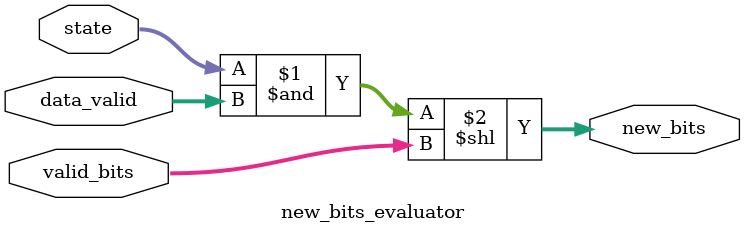
<source format=v>
`timescale 1ns / 1ps


module new_bits_evaluator(
    input [4:0] state,
    input [7:0] data_valid,
    input [2:0] valid_bits,
    output [15:0] new_bits
    );
    
    assign new_bits = (state & data_valid) << valid_bits;
    
endmodule

</source>
